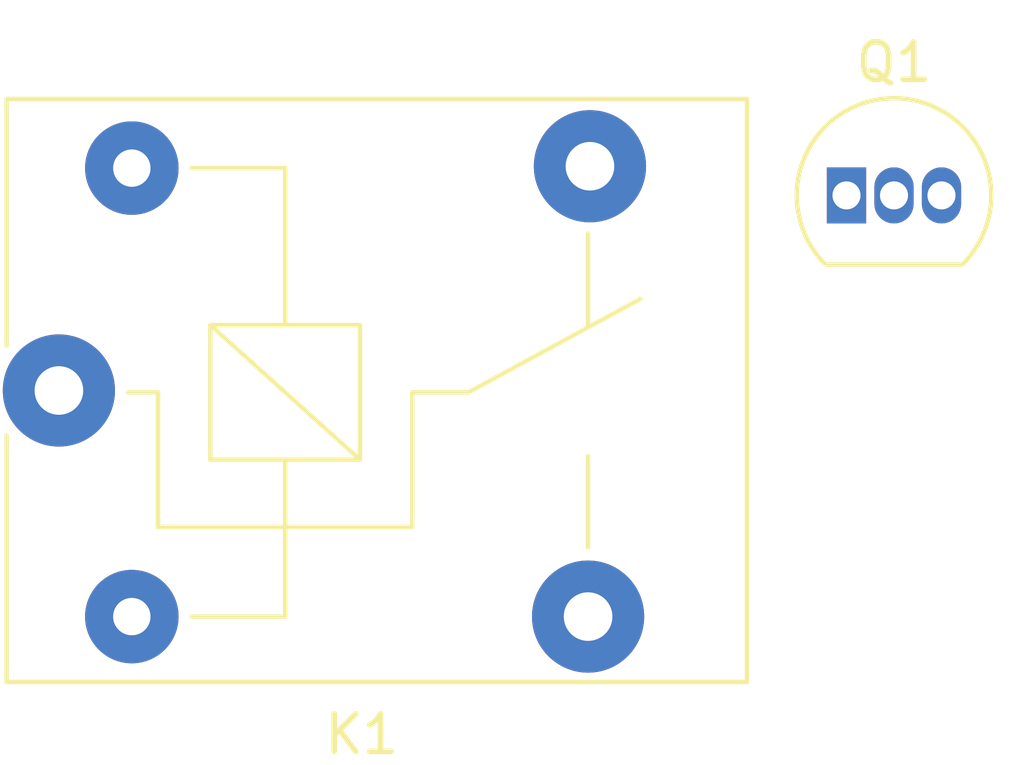
<source format=kicad_pcb>
(kicad_pcb (version 20201002) (generator pcbnew)

  (general
    (thickness 1.6)
  )

  (paper "A4")
  (layers
    (0 "F.Cu" signal)
    (31 "B.Cu" signal)
    (32 "B.Adhes" user "B.Adhesive")
    (33 "F.Adhes" user "F.Adhesive")
    (34 "B.Paste" user)
    (35 "F.Paste" user)
    (36 "B.SilkS" user "B.Silkscreen")
    (37 "F.SilkS" user "F.Silkscreen")
    (38 "B.Mask" user)
    (39 "F.Mask" user)
    (40 "Dwgs.User" user "User.Drawings")
    (41 "Cmts.User" user "User.Comments")
    (42 "Eco1.User" user "User.Eco1")
    (43 "Eco2.User" user "User.Eco2")
    (44 "Edge.Cuts" user)
    (45 "Margin" user)
    (46 "B.CrtYd" user "B.Courtyard")
    (47 "F.CrtYd" user "F.Courtyard")
    (48 "B.Fab" user)
    (49 "F.Fab" user)
    (50 "User.1" user)
    (51 "User.2" user)
    (52 "User.3" user)
    (53 "User.4" user)
    (54 "User.5" user)
    (55 "User.6" user)
    (56 "User.7" user)
    (57 "User.8" user)
    (58 "User.9" user)
  )

  (setup
    (pcbplotparams
      (layerselection 0x00010fc_ffffffff)
      (disableapertmacros false)
      (usegerberextensions false)
      (usegerberattributes true)
      (usegerberadvancedattributes true)
      (creategerberjobfile true)
      (svguseinch false)
      (svgprecision 6)
      (excludeedgelayer true)
      (plotframeref false)
      (viasonmask false)
      (mode 1)
      (useauxorigin false)
      (hpglpennumber 1)
      (hpglpenspeed 20)
      (hpglpendiameter 15.000000)
      (psnegative false)
      (psa4output false)
      (plotreference true)
      (plotvalue true)
      (plotinvisibletext false)
      (sketchpadsonfab false)
      (subtractmaskfromsilk false)
      (outputformat 1)
      (mirror false)
      (drillshape 1)
      (scaleselection 1)
      (outputdirectory "")
    )
  )


  (net 0 "")
  (net 1 "Net-(K1-Pad1)")
  (net 2 "/12V")
  (net 3 "Net-(K1-Pad4)")
  (net 4 "Net-(K1-Pad3)")
  (net 5 "Net-(K1-Pad2)")
  (net 6 "GND")
  (net 7 "Net-(Q1-Pad2)")

  (module "Relay_THT:Relay_SPDT_SANYOU_SRD_Series_Form_C" (layer "F.Cu") (tedit 58FA3148) (tstamp 9596da81-6d2c-4630-b4c4-6eb7435396a8)
    (at 93.4212 70.358)
    (descr "relay Sanyou SRD series Form C http://www.sanyourelay.ca/public/products/pdf/SRD.pdf")
    (tags "relay Sanyu SRD form C")
    (property "Sheet file" "/home/rob/Documents/PlatformIO/Projects/KittyWood_UVC_big/KittyWood_UVC_big/KittyWood_UVC_big.kicad_sch")
    (property "Sheet name" "")
    (path "/3983f31d-c08d-45ad-89fb-999d4d86e01d")
    (attr through_hole)
    (fp_text reference "K1" (at 8.1 9.2) (layer "F.SilkS")
      (effects (font (size 1 1) (thickness 0.15)))
      (tstamp 1ca117fa-79be-4d64-84aa-83efd8946e9d)
    )
    (fp_text value "Wiper control relay" (at 8 -9.6) (layer "F.Fab")
      (effects (font (size 1 1) (thickness 0.15)))
      (tstamp 34cc83ea-a3a6-45fb-b960-cc5432b651a9)
    )
    (fp_text user "1" (at 0 -2.3) (layer "F.Fab")
      (effects (font (size 1 1) (thickness 0.15)))
      (tstamp 261afeda-b284-42ba-a47c-4e3256179f71)
    )
    (fp_text user "${REFERENCE}" (at 7.1 0.025) (layer "F.Fab")
      (effects (font (size 1 1) (thickness 0.15)))
      (tstamp 459c9d9e-9016-4aab-b232-309a102267ca)
    )
    (fp_line (start -1.4 -7.8) (end 18.4 -7.8) (layer "F.SilkS") (width 0.12) (tstamp 00ecaff7-d1ee-4ebe-bf3c-ae45f25628da))
    (fp_line (start 8.05 -1.75) (end 8.05 1.85) (layer "F.SilkS") (width 0.12) (tstamp 041d2cf6-c076-4a36-9026-04307f491bec))
    (fp_line (start 6.05 1.85) (end 6.05 6.05) (layer "F.SilkS") (width 0.12) (tstamp 0f065f55-6afb-4f25-a464-d48d9826c61f))
    (fp_line (start 4.05 1.85) (end 4.05 -1.75) (layer "F.SilkS") (width 0.12) (tstamp 1b60c4bc-0e3e-4b3a-9ed8-5a6ab267bd70))
    (fp_line (start 18.4 -7.8) (end 18.4 7.8) (layer "F.SilkS") (width 0.12) (tstamp 2031d378-dd58-4e48-ad4b-c5deea45fad1))
    (fp_line (start 6.05 -5.95) (end 6.05 -1.75) (layer "F.SilkS") (width 0.12) (tstamp 31169ecb-53c5-4d7a-8b38-93581a8d679d))
    (fp_line (start 18.4 7.8) (end -1.4 7.8) (layer "F.SilkS") (width 0.12) (tstamp 3c63b6f4-3290-4929-a4c9-8c49797949ee))
    (fp_line (start 2.65 0.05) (end 2.65 3.65) (layer "F.SilkS") (width 0.12) (tstamp 46c4b0a6-47d4-43e0-9146-94e15ad229e4))
    (fp_line (start -1.4 1.2) (end -1.4 7.8) (layer "F.SilkS") (width 0.12) (tstamp 49a5638c-2b05-4296-815a-3f8f38de8c8c))
    (fp_line (start 9.45 0.05) (end 10.95 0.05) (layer "F.SilkS") (width 0.12) (tstamp 4ffe064b-ca9f-4be8-af1c-ddc6ca31f6d3))
    (fp_line (start 8.05 1.85) (end 4.05 -1.75) (layer "F.SilkS") (width 0.12) (tstamp 5407d51e-7263-4544-a10f-fec2b6374f15))
    (fp_line (start 14.15 -4.2) (end 14.15 -1.7) (layer "F.SilkS") (width 0.12) (tstamp 6c01a263-d88f-4734-963f-0706ad2a9ab8))
    (fp_line (start 8.05 1.85) (end 4.05 1.85) (layer "F.SilkS") (width 0.12) (tstamp 748538e5-8a22-40b6-94c6-48dcbca0e25e))
    (fp_line (start 2.65 0.05) (end 1.85 0.05) (layer "F.SilkS") (width 0.12) (tstamp 7aa88c56-7b4a-4675-b60d-3bd6acab97ba))
    (fp_line (start 6.05 -5.95) (end 3.55 -5.95) (layer "F.SilkS") (width 0.12) (tstamp 8cb2f1d8-ecc3-4b22-82d8-cda778f88309))
    (fp_line (start 3.55 6.05) (end 6.05 6.05) (layer "F.SilkS") (width 0.12) (tstamp 8e64da34-783f-439d-ada6-654efcf234cb))
    (fp_line (start 9.45 3.65) (end 2.65 3.65) (layer "F.SilkS") (width 0.12) (tstamp 9a75074c-9ef0-482f-9ef4-d7537e42d79e))
    (fp_line (start 14.15 4.2) (end 14.15 1.75) (layer "F.SilkS") (width 0.12) (tstamp b460d9aa-3971-4779-a666-0e0327e6b451))
    (fp_line (start 9.45 0.05) (end 9.45 3.65) (layer "F.SilkS") (width 0.12) (tstamp b5bc57c5-d765-4ae2-b6e8-b99c44153b50))
    (fp_line (start -1.4 -7.8) (end -1.4 -1.2) (layer "F.SilkS") (width 0.12) (tstamp c3f05264-e53a-48b9-aee6-f00fa2943877))
    (fp_line (start 4.05 -1.75) (end 8.05 -1.75) (layer "F.SilkS") (width 0.12) (tstamp d1c64f50-3809-4083-8524-1ab85f889242))
    (fp_line (start 10.95 0.05) (end 15.55 -2.45) (layer "F.SilkS") (width 0.12) (tstamp f66decad-04b8-4ef3-ad27-02f39cc9751d))
    (fp_line (start -1.55 7.95) (end -1.55 -7.95) (layer "F.CrtYd") (width 0.05) (tstamp 06e5bfe7-325e-45ff-8e71-ca1c593a584c))
    (fp_line (start 18.55 -7.95) (end -1.55 -7.95) (layer "F.CrtYd") (width 0.05) (tstamp 552dc254-0445-4c16-b49e-18ee803701bb))
    (fp_line (start 18.55 -7.95) (end 18.55 7.95) (layer "F.CrtYd") (width 0.05) (tstamp 72cc8e90-a3f5-427f-941a-2a21316b1361))
    (fp_line (start -1.55 7.95) (end 18.55 7.95) (layer "F.CrtYd") (width 0.05) (tstamp c442e1ab-57ee-42d6-b2c3-2dc8f17b30a6))
    (fp_line (start -1.3 -7.7) (end 18.3 -7.7) (layer "F.Fab") (width 0.12) (tstamp 3f5a7908-51bd-4781-ae3a-47b8606d8496))
    (fp_line (start 18.3 -7.7) (end 18.3 7.7) (layer "F.Fab") (width 0.12) (tstamp ab0d7de7-250f-45f7-9829-2b343f062f4b))
    (fp_line (start 18.3 7.7) (end -1.3 7.7) (layer "F.Fab") (width 0.12) (tstamp abb28251-e7a3-4bc3-af09-81a878d1dfc4))
    (fp_line (start -1.3 7.7) (end -1.3 -7.7) (layer "F.Fab") (width 0.12) (tstamp b8d9286e-d23e-4eed-ac41-a19f9d877557))
    (pad "1" thru_hole circle (at 0 0 90) (size 3 3) (drill 1.3) (layers *.Cu *.Mask)
      (net 1 "Net-(K1-Pad1)") (tstamp 7b2c03b6-9ae5-43c0-ad33-21ae8894a60f))
    (pad "2" thru_hole circle (at 1.95 6.05 90) (size 2.5 2.5) (drill 1) (layers *.Cu *.Mask)
      (net 5 "Net-(K1-Pad2)") (tstamp 2924be2b-f5ef-4a7d-b8a1-d6f97f42175e))
    (pad "3" thru_hole circle (at 14.15 6.05 90) (size 3 3) (drill 1.3) (layers *.Cu *.Mask)
      (net 4 "Net-(K1-Pad3)") (tstamp cc0f13d8-5c18-4bdf-a218-ca28c9b3eda5))
    (pad "4" thru_hole circle (at 14.2 -6 90) (size 3 3) (drill 1.3) (layers *.Cu *.Mask)
      (net 3 "Net-(K1-Pad4)") (tstamp 79782af5-b76e-46ff-ac3e-ebd382fddfea))
    (pad "5" thru_hole circle (at 1.95 -5.95 90) (size 2.5 2.5) (drill 1) (layers *.Cu *.Mask)
      (net 2 "/12V") (tstamp 7726ae98-abc2-4654-942e-085a95066c22))
    (model "${KISYS3DMOD}/Relay_THT.3dshapes/Relay_SPDT_SANYOU_SRD_Series_Form_C.wrl"
      (offset (xyz 0 0 0))
      (scale (xyz 1 1 1))
      (rotate (xyz 0 0 0))
    )
  )

  (module "Package_TO_SOT_THT:TO-92_Inline" (layer "F.Cu") (tedit 5A1DD157) (tstamp ab782cbf-ec4b-48e4-b441-908fc3c67ba3)
    (at 114.4812 65.138)
    (descr "TO-92 leads in-line, narrow, oval pads, drill 0.75mm (see NXP sot054_po.pdf)")
    (tags "to-92 sc-43 sc-43a sot54 PA33 transistor")
    (property "Sheet file" "/home/rob/Documents/PlatformIO/Projects/KittyWood_UVC_big/KittyWood_UVC_big/KittyWood_UVC_big.kicad_sch")
    (property "Sheet name" "")
    (path "/a0679511-07da-4f82-b220-86ed62d40277")
    (attr through_hole)
    (fp_text reference "Q1" (at 1.27 -3.56) (layer "F.SilkS")
      (effects (font (size 1 1) (thickness 0.15)))
      (tstamp 5baea752-4cb7-48af-ba44-696ef09cfda7)
    )
    (fp_text value "PN2222A" (at 1.27 2.79) (layer "F.Fab")
      (effects (font (size 1 1) (thickness 0.15)))
      (tstamp 07f6da6f-7cae-475a-9b7a-29f62bcb76d1)
    )
    (fp_text user "${REFERENCE}" (at 1.27 0) (layer "F.Fab")
      (effects (font (size 1 1) (thickness 0.15)))
      (tstamp dd04284e-9be8-48f1-ae7c-49da04e2bfa9)
    )
    (fp_line (start -0.53 1.85) (end 3.07 1.85) (layer "F.SilkS") (width 0.12) (tstamp fa6bda48-a7d2-4879-b602-90985f07507d))
    (fp_arc (start 1.27 0) (end 1.27 -2.6) (angle 135) (layer "F.SilkS") (width 0.12) (tstamp 26a8088a-e394-441a-856d-47c68dd003c1))
    (fp_arc (start 1.27 0) (end 1.27 -2.6) (angle -135) (layer "F.SilkS") (width 0.12) (tstamp 463c7e7e-3da5-4692-872a-7ae73773e2a6))
    (fp_line (start -1.46 -2.73) (end -1.46 2.01) (layer "F.CrtYd") (width 0.05) (tstamp 5060fe1c-3727-45e9-8efa-246c869a82a8))
    (fp_line (start -1.46 -2.73) (end 4 -2.73) (layer "F.CrtYd") (width 0.05) (tstamp 9e429850-841b-4de7-b611-4a14199b2d02))
    (fp_line (start 4 2.01) (end 4 -2.73) (layer "F.CrtYd") (width 0.05) (tstamp a5645d78-8667-49fa-96bb-84fa974b07fe))
    (fp_line (start 4 2.01) (end -1.46 2.01) (layer "F.CrtYd") (width 0.05) (tstamp fba652dd-4ace-4ab0-b832-f41d3ba0cf5c))
    (fp_line (start -0.5 1.75) (end 3 1.75) (layer "F.Fab") (width 0.1) (tstamp 87e9f703-eae6-449e-9a60-37c82c19c6d1))
    (fp_arc (start 1.27 0) (end 1.27 -2.48) (angle -135) (layer "F.Fab") (width 0.1) (tstamp 851239b4-9e05-4fe0-b685-b9c7b85c92f2))
    (fp_arc (start 1.27 0) (end 1.27 -2.48) (angle 135) (layer "F.Fab") (width 0.1) (tstamp 86dd7cc0-7632-4a51-a210-e2e7744ab327))
    (pad "1" thru_hole rect (at 0 0) (size 1.05 1.5) (drill 0.75) (layers *.Cu *.Mask)
      (net 6 "GND") (pinfunction "E") (tstamp b145f7df-9ad9-41a3-a5d3-97c5aef01758))
    (pad "2" thru_hole oval (at 1.27 0) (size 1.05 1.5) (drill 0.75) (layers *.Cu *.Mask)
      (net 7 "Net-(Q1-Pad2)") (pinfunction "B") (tstamp 40f65454-0eb9-4334-bfa4-e7e50bb32f5d))
    (pad "3" thru_hole oval (at 2.54 0) (size 1.05 1.5) (drill 0.75) (layers *.Cu *.Mask)
      (net 5 "Net-(K1-Pad2)") (pinfunction "C") (tstamp 352513ff-a71e-4def-958c-53dfa9eac113))
    (model "${KISYS3DMOD}/Package_TO_SOT_THT.3dshapes/TO-92_Inline.wrl"
      (offset (xyz 0 0 0))
      (scale (xyz 1 1 1))
      (rotate (xyz 0 0 0))
    )
  )

)

</source>
